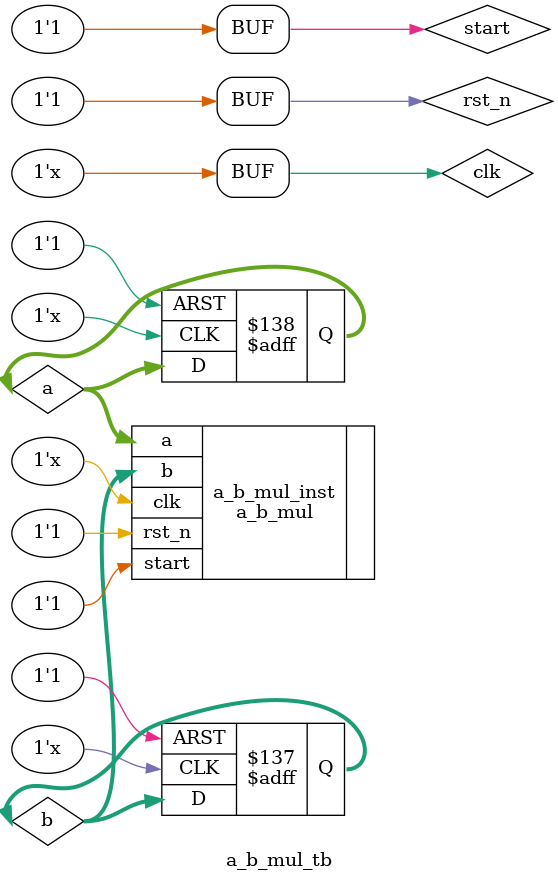
<source format=v>
module a_b_mul (
    (* dont_touch = "true" *)(* keep = "TRUE" *)input [11:0]a,
    (* dont_touch = "true" *)(* keep = "TRUE" *)input [11:0]b,
    (* dont_touch = "true" *)(* keep = "TRUE" *)input clk ,
    (* dont_touch = "true" *)(* keep = "TRUE" *)input rst_n ,
    (* dont_touch = "true" *)(* keep = "TRUE" *)input  start 
);
    (* dont_touch = "true" *)(* keep = "TRUE" *)reg[1:0]cnt;
//working_flag的产�?
    (* dont_touch = "true" *)(* keep = "TRUE" *)reg start_prev; // 保存前一个时刻的start信号状�??
    (* dont_touch = "true" *)(* keep = "TRUE" *)reg working_flag; // 工作标志，表示模块是否开始工�?
    always @( posedge clk or negedge rst_n) begin 
        if(!rst_n) start_prev<=0;
        else start_prev <= start; // 记录前一个时刻的start信号状�??
    end
    always @( posedge clk or negedge rst_n) begin 
        if(!rst_n) working_flag <= 0;
        else if (start == 1 && start_prev == 0) begin
            working_flag <= 1;
        end
        else if (cnt==2'b11)
            working_flag <= 0;
    end
//cnt信号
    always @( posedge clk or negedge rst_n) begin 
        if(!rst_n) cnt <= 0;
        else if (working_flag) begin
            cnt<=cnt+1'b1;
        end
    end
//求b*wn
    (* dont_touch = "true" *)(* keep = "TRUE" *)wire [11:0] wn;
    assign wn = 12'd1729;
    (* dont_touch = "true" *)(* keep = "TRUE" *)reg[11:0] product;
    // 第一�?
    (* dont_touch = "true" *)(* keep = "TRUE" *)reg [23:0] mul_reg; //  b*wn
    always @( posedge clk or negedge rst_n) begin 
        if(!rst_n) mul_reg<=0;
        else if(working_flag&&(cnt==2'b0))  mul_reg <=b*wn; // 12 bits * 12 bits -> 24 bits
        else mul_reg<=0;
    end
    //第二�?
    (* dont_touch = "true" *)(* keep = "TRUE" *)wire [3:0] mul_h , mul_m, mul_l;
    (* dont_touch = "true" *)(* keep = "TRUE" *)wire [11:0] mul_q;
    assign {mul_h, mul_m, mul_l, mul_q} = mul_reg;
    (* dont_touch = "true" *)(* keep = "TRUE" *)wire [11:0] lut_h, lut_m,lut_l;
    (* dont_touch = "true" *)(* keep = "TRUE" *)wire [12:0] add13_sum0,add13_sum1;
    (* dont_touch = "true" *)(* keep = "TRUE" *)wire [13:0] add14_sum;
    ROM_H rom0 (
    .a (mul_h),
    .spo (lut_h)
    );
    ROM_M rom1 (
    .a (mul_m),
    .spo (lut_m)
    );

    ROM_L rom2 (
    .a (mul_l),
    .spo (lut_l)
    );
    // 13bits 
    assign add13_sum0 = lut_h + lut_m;
    assign add13_sum1 = lut_l + mul_q;
    assign add14_sum   = add13_sum0 + add13_sum1;
    (* dont_touch = "true" *)(* keep = "TRUE" *)reg [13:0] add14_sum_reg;
    always @( posedge clk or negedge rst_n) begin 
        if(!rst_n) add14_sum_reg<=0;
        else if(working_flag&&(cnt==2'b01))  add14_sum_reg<=add14_sum;
        else    add14_sum_reg<=0;
    end
    //第三�?
    (* dont_touch = "true" *)(* keep = "TRUE" *)reg [11:0] ma0_j;
    (* dont_touch = "true" *)(* keep = "TRUE" *)wire flag;
    (* dont_touch = "true" *)(* keep = "TRUE" *)wire [11:0] sub,ma0_k,ma0_s;
    always@(add14_sum_reg)
      begin
        case(add14_sum_reg[13:12])
    	    2'b00: ma0_j = 12'd0;
    	    2'b01: ma0_j = 12'd767;
    	    2'b10: ma0_j = 12'd1534;
    	    2'b11: ma0_j = 12'd2301;		
    	endcase
      end

    assign {flag,sub} = add14_sum_reg[11:0] - 12'd3329;
    assign ma0_k = flag? add14_sum_reg[11:0] : sub;
    //下面是模加器
    parameter CSA_q_inv= 12'd767;  //1_0000_0000_0000-14'd3329
    (* dont_touch = "true" *)(* keep = "TRUE" *)wire [11:0] CSA_cin0;
    (* dont_touch = "true" *)(* keep = "TRUE" *)wire [11:0] CSA_cin;
    (* dont_touch = "true" *)(* keep = "TRUE" *)wire [11:0] CSA_sum0;
    (* dont_touch = "true" *)(* keep = "TRUE" *)wire [11:0] s0;
    (* dont_touch = "true" *)(* keep = "TRUE" *)wire [11:0] s1;
    (* dont_touch = "true" *)(* keep = "TRUE" *)wire sel0;
    (* dont_touch = "true" *)(* keep = "TRUE" *)wire sel;
    (* dont_touch = "true" *)(* keep = "TRUE" *)wire default_sel;// useless
    assign CSA_cin = {CSA_cin0[10:0],1'b0};
    assign sel = sel0 | CSA_cin0[11];
    assign ma0_s = sel? s0 : s1;
    assign CSA_sum0= ma0_j ^ ma0_k ^ CSA_q_inv;
    assign CSA_cin0= (ma0_j & ma0_k) | (ma0_k & CSA_q_inv) | (CSA_q_inv & ma0_j);
    assign {sel0,s0} = CSA_cin + CSA_sum0;
    assign {default_sel,s1} = ma0_j + ma0_k;
    //上面是模加器
    always @( posedge clk or negedge rst_n) begin
        if(!rst_n) product<=0;
        else if(working_flag&&(cnt==2'b10))  product<=ma0_s;
        else product<=0;
    end
//求a+b*wn和a-b*wn
    (* dont_touch = "true" *)(* keep = "TRUE" *)reg [11:0]a_1;//a经过�?个寄存器之后
    (* dont_touch = "true" *)(* keep = "TRUE" *)reg [11:0]a_2;
    (* dont_touch = "true" *)(* keep = "TRUE" *)reg [11:0]a_3;
    always @( posedge clk or negedge rst_n) begin 
        if(!rst_n) a_1<=0;
        else if(working_flag&&(cnt==2'b00))  a_1 <=a;
        else  a_1<=0;
    end
    always @( posedge clk or negedge rst_n) begin 
        if(!rst_n) a_2<=0;
        else if(working_flag&&(cnt==2'b01))  a_2 <=a_1;
        else  a_2<=0;
    end  
    always @( posedge clk or negedge rst_n) begin 
        if(!rst_n) a_3<=0;
        else if(working_flag&&(cnt==2'b10))  a_3 <=a_2;
        else  a_3<=0;
    end
//第四�?
    (* dont_touch = "true" *)(* keep = "TRUE" *)reg [12:0] c;//a+b*wn
    always @(posedge clk or negedge rst_n) begin
        if(!rst_n) c<=0;
        else if(working_flag&&(a_3+product>=12'd3329)&&(cnt==2'b11))c<=a_3+product-12'd3329;
        else if(working_flag&&(cnt==2'b11)) c<=a_3+product;
        else c<=0;
    end
    (* dont_touch = "true" *)(* keep = "TRUE" *)reg [12:0] d;//a-b*wn
    always @(posedge clk or negedge rst_n) begin
        if(!rst_n) d<=0;
        else if(working_flag&&(cnt==2'b11)&&(a_3>=product))   d<=a_3-product;
        else if(working_flag&&(cnt==2'b11)) d<=12'd3329-product+a_3;
        else d<=0;
    end

//     ila_0 the_ila (
//.clk(clk),


//.probe0(start),
//.probe1(cnt),
//.probe2(a),
//.probe3(b),
//.probe4(start_prev),
//.probe5(working_flag),
//.probe6(c),
//.probe7(d)

//);

endmodule





module a_b_mul_tb;

    reg clk,rst_n,start;
    reg [11:0] a,b;
    a_b_mul a_b_mul_inst(
        .start ( start ),
        .a ( a ),
        .b  (b),
        .clk   ( clk   ),
        .rst_n  ( rst_n  )
    );

    always#5 clk = ~clk;

    initial begin
        clk = 0;
        rst_n = 1;
        start =0;
        #10 rst_n = 0;
        #10 rst_n = 1;
        #50 start=1;
        #10 start=0;
        #200 start=1;
    end

    always@(posedge clk or negedge rst_n) begin
        if(!rst_n) a <= 12'd567;

    end
    always@(posedge clk or negedge rst_n) begin
        if(!rst_n) b <= 12'd1000;

    end




endmodule
</source>
